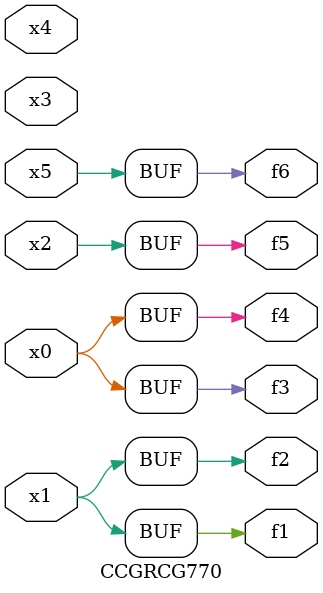
<source format=v>
module CCGRCG770(
	input x0, x1, x2, x3, x4, x5,
	output f1, f2, f3, f4, f5, f6
);
	assign f1 = x1;
	assign f2 = x1;
	assign f3 = x0;
	assign f4 = x0;
	assign f5 = x2;
	assign f6 = x5;
endmodule

</source>
